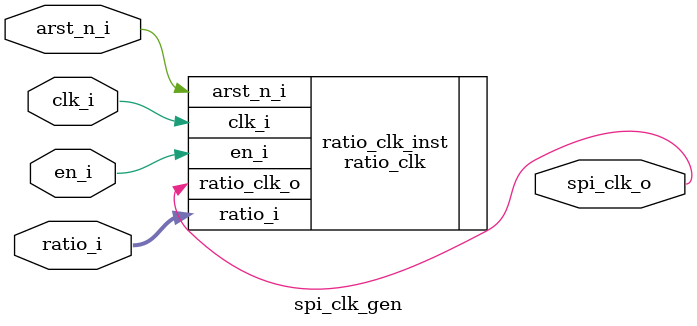
<source format=v>
/* -------------------------------------------------------------------------------
 * Project        : AXI-lite SPI IP Core
 * File           : spi_clk_gen.v
 * Description    : SPI Clock Generator
 * Organization   : BSC; CIC-IPN
 * Author(s)      : Abraham J. Ruiz R. (aruiz) (https://github.com/m4j0rt0m)
 * Email(s)       : abraham.ruiz@bsc.es; abraham.j.ruiz.r@gmail.com
 * References     :
 * -------------------------------------------------------------------------------
 * Revision History
 *  Revision   | Author      | Description
 *  1.0        | aruiz       | First version
 *  2.0        | aruiz       | Added asynchronous reset and soft reset
 *  2.1        | aruiz       | Code refactoring and added Ratio Clock Gen
 *  3.0        | aruiz       | Sync'd a main fixed clock and a variable faster
 *             |             | clock for the axi write/read transactions
 * -----------------------------------------------------------------------------*/

module spi_clk_gen
# (
    parameter SPI_RATIO_GRADE = 3
  )
(/*AUTOARG*/
   // Outputs
   spi_clk_o,
   // Inputs
   clk_i, arst_n_i, en_i, ratio_i
   );

  /* ports */
  input                       clk_i;
  input                       arst_n_i;
  input                       en_i;
  input [SPI_RATIO_GRADE-1:0] ratio_i;
  output                      spi_clk_o;

  /* ratio-driven clock generator */
  ratio_clk
    # (
        .RATIO_GRADE  (SPI_RATIO_GRADE)
      )
    ratio_clk_inst (
        .clk_i        (clk_i),
        .arst_n_i     (arst_n_i),
        .en_i         (en_i),
        .ratio_i      (ratio_i),
        .ratio_clk_o  (spi_clk_o)
      );

endmodule // spi_clk_gen

</source>
